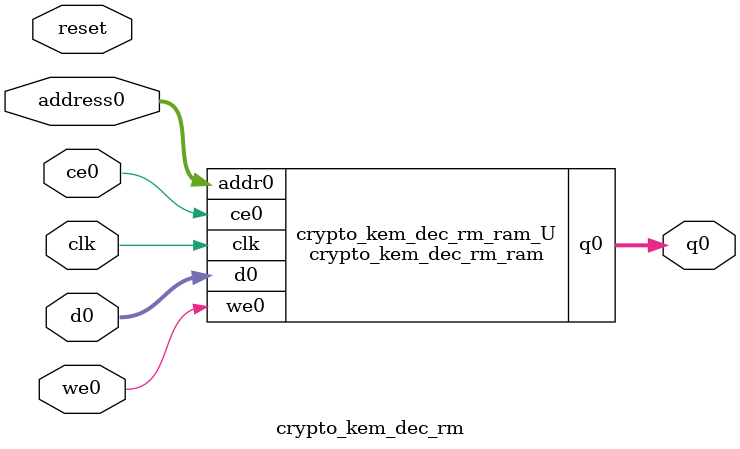
<source format=v>
`timescale 1 ns / 1 ps
module crypto_kem_dec_rm_ram (addr0, ce0, d0, we0, q0,  clk);

parameter DWIDTH = 8;
parameter AWIDTH = 9;
parameter MEM_SIZE = 280;

input[AWIDTH-1:0] addr0;
input ce0;
input[DWIDTH-1:0] d0;
input we0;
output reg[DWIDTH-1:0] q0;
input clk;

(* ram_style = "block" *)reg [DWIDTH-1:0] ram[0:MEM_SIZE-1];




always @(posedge clk)  
begin 
    if (ce0) 
    begin
        if (we0) 
        begin 
            ram[addr0] <= d0; 
        end 
        q0 <= ram[addr0];
    end
end


endmodule

`timescale 1 ns / 1 ps
module crypto_kem_dec_rm(
    reset,
    clk,
    address0,
    ce0,
    we0,
    d0,
    q0);

parameter DataWidth = 32'd8;
parameter AddressRange = 32'd280;
parameter AddressWidth = 32'd9;
input reset;
input clk;
input[AddressWidth - 1:0] address0;
input ce0;
input we0;
input[DataWidth - 1:0] d0;
output[DataWidth - 1:0] q0;



crypto_kem_dec_rm_ram crypto_kem_dec_rm_ram_U(
    .clk( clk ),
    .addr0( address0 ),
    .ce0( ce0 ),
    .we0( we0 ),
    .d0( d0 ),
    .q0( q0 ));

endmodule


</source>
